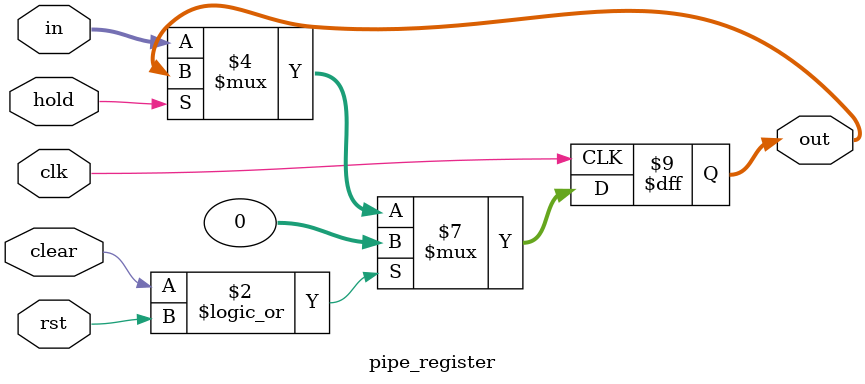
<source format=v>

`ifndef PIPE_REG_V
`define PIPE_REG_V

module pipe_register #(parameter N=32) (clk, rst, hold, clear, in, out);


  // control wires

  input clk;
  input rst;
  input hold;
	input clear;

  //registers

  input wire [N-1:0] in;
  output reg [N-1:0] out;

  always @(posedge clk) begin
    if (clear || rst) begin
      out <= {N{1'b0}};
    end

    else if (hold) begin
      out <= out;
    end

    else begin
      out <= in;
    end
  end


endmodule
`endif

</source>
